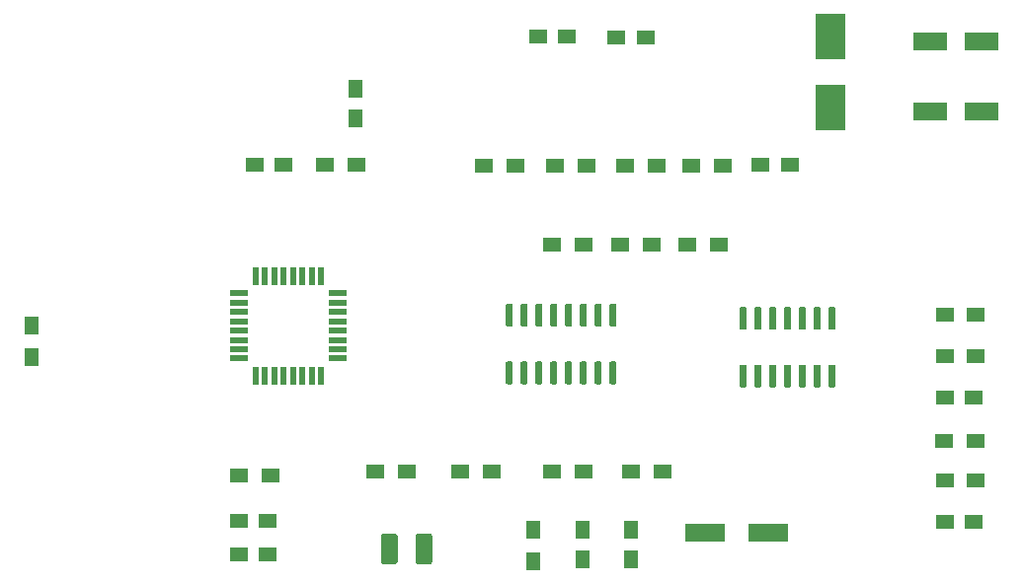
<source format=gbr>
G04 #@! TF.GenerationSoftware,KiCad,Pcbnew,(5.1.4)-1*
G04 #@! TF.CreationDate,2019-11-08T19:54:44+05:00*
G04 #@! TF.ProjectId,powerSupplyArduino,706f7765-7253-4757-9070-6c7941726475,rev?*
G04 #@! TF.SameCoordinates,Original*
G04 #@! TF.FileFunction,Paste,Top*
G04 #@! TF.FilePolarity,Positive*
%FSLAX46Y46*%
G04 Gerber Fmt 4.6, Leading zero omitted, Abs format (unit mm)*
G04 Created by KiCad (PCBNEW (5.1.4)-1) date 2019-11-08 19:54:44*
%MOMM*%
%LPD*%
G04 APERTURE LIST*
%ADD10R,3.500000X1.600000*%
%ADD11R,0.550000X1.600000*%
%ADD12R,1.600000X0.550000*%
%ADD13C,0.100000*%
%ADD14C,0.600000*%
%ADD15R,1.500000X1.300000*%
%ADD16R,1.300000X1.500000*%
%ADD17C,1.425000*%
%ADD18R,1.250000X1.500000*%
%ADD19R,1.500000X1.250000*%
%ADD20R,3.000000X1.600000*%
%ADD21R,2.500000X4.000000*%
G04 APERTURE END LIST*
D10*
X153230000Y-95510000D03*
X158630000Y-95510000D03*
D11*
X114720000Y-73540000D03*
X115520000Y-73540000D03*
X116320000Y-73540000D03*
X117120000Y-73540000D03*
X117920000Y-73540000D03*
X118720000Y-73540000D03*
X119520000Y-73540000D03*
X120320000Y-73540000D03*
D12*
X121770000Y-74990000D03*
X121770000Y-75790000D03*
X121770000Y-76590000D03*
X121770000Y-77390000D03*
X121770000Y-78190000D03*
X121770000Y-78990000D03*
X121770000Y-79790000D03*
X121770000Y-80590000D03*
D11*
X120320000Y-82040000D03*
X119520000Y-82040000D03*
X118720000Y-82040000D03*
X117920000Y-82040000D03*
X117120000Y-82040000D03*
X116320000Y-82040000D03*
X115520000Y-82040000D03*
X114720000Y-82040000D03*
D12*
X113270000Y-80590000D03*
X113270000Y-79790000D03*
X113270000Y-78990000D03*
X113270000Y-78190000D03*
X113270000Y-77390000D03*
X113270000Y-76590000D03*
X113270000Y-75790000D03*
X113270000Y-74990000D03*
D13*
G36*
X136619703Y-75900722D02*
G01*
X136634264Y-75902882D01*
X136648543Y-75906459D01*
X136662403Y-75911418D01*
X136675710Y-75917712D01*
X136688336Y-75925280D01*
X136700159Y-75934048D01*
X136711066Y-75943934D01*
X136720952Y-75954841D01*
X136729720Y-75966664D01*
X136737288Y-75979290D01*
X136743582Y-75992597D01*
X136748541Y-76006457D01*
X136752118Y-76020736D01*
X136754278Y-76035297D01*
X136755000Y-76050000D01*
X136755000Y-77700000D01*
X136754278Y-77714703D01*
X136752118Y-77729264D01*
X136748541Y-77743543D01*
X136743582Y-77757403D01*
X136737288Y-77770710D01*
X136729720Y-77783336D01*
X136720952Y-77795159D01*
X136711066Y-77806066D01*
X136700159Y-77815952D01*
X136688336Y-77824720D01*
X136675710Y-77832288D01*
X136662403Y-77838582D01*
X136648543Y-77843541D01*
X136634264Y-77847118D01*
X136619703Y-77849278D01*
X136605000Y-77850000D01*
X136305000Y-77850000D01*
X136290297Y-77849278D01*
X136275736Y-77847118D01*
X136261457Y-77843541D01*
X136247597Y-77838582D01*
X136234290Y-77832288D01*
X136221664Y-77824720D01*
X136209841Y-77815952D01*
X136198934Y-77806066D01*
X136189048Y-77795159D01*
X136180280Y-77783336D01*
X136172712Y-77770710D01*
X136166418Y-77757403D01*
X136161459Y-77743543D01*
X136157882Y-77729264D01*
X136155722Y-77714703D01*
X136155000Y-77700000D01*
X136155000Y-76050000D01*
X136155722Y-76035297D01*
X136157882Y-76020736D01*
X136161459Y-76006457D01*
X136166418Y-75992597D01*
X136172712Y-75979290D01*
X136180280Y-75966664D01*
X136189048Y-75954841D01*
X136198934Y-75943934D01*
X136209841Y-75934048D01*
X136221664Y-75925280D01*
X136234290Y-75917712D01*
X136247597Y-75911418D01*
X136261457Y-75906459D01*
X136275736Y-75902882D01*
X136290297Y-75900722D01*
X136305000Y-75900000D01*
X136605000Y-75900000D01*
X136619703Y-75900722D01*
X136619703Y-75900722D01*
G37*
D14*
X136455000Y-76875000D03*
D13*
G36*
X137889703Y-75900722D02*
G01*
X137904264Y-75902882D01*
X137918543Y-75906459D01*
X137932403Y-75911418D01*
X137945710Y-75917712D01*
X137958336Y-75925280D01*
X137970159Y-75934048D01*
X137981066Y-75943934D01*
X137990952Y-75954841D01*
X137999720Y-75966664D01*
X138007288Y-75979290D01*
X138013582Y-75992597D01*
X138018541Y-76006457D01*
X138022118Y-76020736D01*
X138024278Y-76035297D01*
X138025000Y-76050000D01*
X138025000Y-77700000D01*
X138024278Y-77714703D01*
X138022118Y-77729264D01*
X138018541Y-77743543D01*
X138013582Y-77757403D01*
X138007288Y-77770710D01*
X137999720Y-77783336D01*
X137990952Y-77795159D01*
X137981066Y-77806066D01*
X137970159Y-77815952D01*
X137958336Y-77824720D01*
X137945710Y-77832288D01*
X137932403Y-77838582D01*
X137918543Y-77843541D01*
X137904264Y-77847118D01*
X137889703Y-77849278D01*
X137875000Y-77850000D01*
X137575000Y-77850000D01*
X137560297Y-77849278D01*
X137545736Y-77847118D01*
X137531457Y-77843541D01*
X137517597Y-77838582D01*
X137504290Y-77832288D01*
X137491664Y-77824720D01*
X137479841Y-77815952D01*
X137468934Y-77806066D01*
X137459048Y-77795159D01*
X137450280Y-77783336D01*
X137442712Y-77770710D01*
X137436418Y-77757403D01*
X137431459Y-77743543D01*
X137427882Y-77729264D01*
X137425722Y-77714703D01*
X137425000Y-77700000D01*
X137425000Y-76050000D01*
X137425722Y-76035297D01*
X137427882Y-76020736D01*
X137431459Y-76006457D01*
X137436418Y-75992597D01*
X137442712Y-75979290D01*
X137450280Y-75966664D01*
X137459048Y-75954841D01*
X137468934Y-75943934D01*
X137479841Y-75934048D01*
X137491664Y-75925280D01*
X137504290Y-75917712D01*
X137517597Y-75911418D01*
X137531457Y-75906459D01*
X137545736Y-75902882D01*
X137560297Y-75900722D01*
X137575000Y-75900000D01*
X137875000Y-75900000D01*
X137889703Y-75900722D01*
X137889703Y-75900722D01*
G37*
D14*
X137725000Y-76875000D03*
D13*
G36*
X139159703Y-75900722D02*
G01*
X139174264Y-75902882D01*
X139188543Y-75906459D01*
X139202403Y-75911418D01*
X139215710Y-75917712D01*
X139228336Y-75925280D01*
X139240159Y-75934048D01*
X139251066Y-75943934D01*
X139260952Y-75954841D01*
X139269720Y-75966664D01*
X139277288Y-75979290D01*
X139283582Y-75992597D01*
X139288541Y-76006457D01*
X139292118Y-76020736D01*
X139294278Y-76035297D01*
X139295000Y-76050000D01*
X139295000Y-77700000D01*
X139294278Y-77714703D01*
X139292118Y-77729264D01*
X139288541Y-77743543D01*
X139283582Y-77757403D01*
X139277288Y-77770710D01*
X139269720Y-77783336D01*
X139260952Y-77795159D01*
X139251066Y-77806066D01*
X139240159Y-77815952D01*
X139228336Y-77824720D01*
X139215710Y-77832288D01*
X139202403Y-77838582D01*
X139188543Y-77843541D01*
X139174264Y-77847118D01*
X139159703Y-77849278D01*
X139145000Y-77850000D01*
X138845000Y-77850000D01*
X138830297Y-77849278D01*
X138815736Y-77847118D01*
X138801457Y-77843541D01*
X138787597Y-77838582D01*
X138774290Y-77832288D01*
X138761664Y-77824720D01*
X138749841Y-77815952D01*
X138738934Y-77806066D01*
X138729048Y-77795159D01*
X138720280Y-77783336D01*
X138712712Y-77770710D01*
X138706418Y-77757403D01*
X138701459Y-77743543D01*
X138697882Y-77729264D01*
X138695722Y-77714703D01*
X138695000Y-77700000D01*
X138695000Y-76050000D01*
X138695722Y-76035297D01*
X138697882Y-76020736D01*
X138701459Y-76006457D01*
X138706418Y-75992597D01*
X138712712Y-75979290D01*
X138720280Y-75966664D01*
X138729048Y-75954841D01*
X138738934Y-75943934D01*
X138749841Y-75934048D01*
X138761664Y-75925280D01*
X138774290Y-75917712D01*
X138787597Y-75911418D01*
X138801457Y-75906459D01*
X138815736Y-75902882D01*
X138830297Y-75900722D01*
X138845000Y-75900000D01*
X139145000Y-75900000D01*
X139159703Y-75900722D01*
X139159703Y-75900722D01*
G37*
D14*
X138995000Y-76875000D03*
D13*
G36*
X140429703Y-75900722D02*
G01*
X140444264Y-75902882D01*
X140458543Y-75906459D01*
X140472403Y-75911418D01*
X140485710Y-75917712D01*
X140498336Y-75925280D01*
X140510159Y-75934048D01*
X140521066Y-75943934D01*
X140530952Y-75954841D01*
X140539720Y-75966664D01*
X140547288Y-75979290D01*
X140553582Y-75992597D01*
X140558541Y-76006457D01*
X140562118Y-76020736D01*
X140564278Y-76035297D01*
X140565000Y-76050000D01*
X140565000Y-77700000D01*
X140564278Y-77714703D01*
X140562118Y-77729264D01*
X140558541Y-77743543D01*
X140553582Y-77757403D01*
X140547288Y-77770710D01*
X140539720Y-77783336D01*
X140530952Y-77795159D01*
X140521066Y-77806066D01*
X140510159Y-77815952D01*
X140498336Y-77824720D01*
X140485710Y-77832288D01*
X140472403Y-77838582D01*
X140458543Y-77843541D01*
X140444264Y-77847118D01*
X140429703Y-77849278D01*
X140415000Y-77850000D01*
X140115000Y-77850000D01*
X140100297Y-77849278D01*
X140085736Y-77847118D01*
X140071457Y-77843541D01*
X140057597Y-77838582D01*
X140044290Y-77832288D01*
X140031664Y-77824720D01*
X140019841Y-77815952D01*
X140008934Y-77806066D01*
X139999048Y-77795159D01*
X139990280Y-77783336D01*
X139982712Y-77770710D01*
X139976418Y-77757403D01*
X139971459Y-77743543D01*
X139967882Y-77729264D01*
X139965722Y-77714703D01*
X139965000Y-77700000D01*
X139965000Y-76050000D01*
X139965722Y-76035297D01*
X139967882Y-76020736D01*
X139971459Y-76006457D01*
X139976418Y-75992597D01*
X139982712Y-75979290D01*
X139990280Y-75966664D01*
X139999048Y-75954841D01*
X140008934Y-75943934D01*
X140019841Y-75934048D01*
X140031664Y-75925280D01*
X140044290Y-75917712D01*
X140057597Y-75911418D01*
X140071457Y-75906459D01*
X140085736Y-75902882D01*
X140100297Y-75900722D01*
X140115000Y-75900000D01*
X140415000Y-75900000D01*
X140429703Y-75900722D01*
X140429703Y-75900722D01*
G37*
D14*
X140265000Y-76875000D03*
D13*
G36*
X141699703Y-75900722D02*
G01*
X141714264Y-75902882D01*
X141728543Y-75906459D01*
X141742403Y-75911418D01*
X141755710Y-75917712D01*
X141768336Y-75925280D01*
X141780159Y-75934048D01*
X141791066Y-75943934D01*
X141800952Y-75954841D01*
X141809720Y-75966664D01*
X141817288Y-75979290D01*
X141823582Y-75992597D01*
X141828541Y-76006457D01*
X141832118Y-76020736D01*
X141834278Y-76035297D01*
X141835000Y-76050000D01*
X141835000Y-77700000D01*
X141834278Y-77714703D01*
X141832118Y-77729264D01*
X141828541Y-77743543D01*
X141823582Y-77757403D01*
X141817288Y-77770710D01*
X141809720Y-77783336D01*
X141800952Y-77795159D01*
X141791066Y-77806066D01*
X141780159Y-77815952D01*
X141768336Y-77824720D01*
X141755710Y-77832288D01*
X141742403Y-77838582D01*
X141728543Y-77843541D01*
X141714264Y-77847118D01*
X141699703Y-77849278D01*
X141685000Y-77850000D01*
X141385000Y-77850000D01*
X141370297Y-77849278D01*
X141355736Y-77847118D01*
X141341457Y-77843541D01*
X141327597Y-77838582D01*
X141314290Y-77832288D01*
X141301664Y-77824720D01*
X141289841Y-77815952D01*
X141278934Y-77806066D01*
X141269048Y-77795159D01*
X141260280Y-77783336D01*
X141252712Y-77770710D01*
X141246418Y-77757403D01*
X141241459Y-77743543D01*
X141237882Y-77729264D01*
X141235722Y-77714703D01*
X141235000Y-77700000D01*
X141235000Y-76050000D01*
X141235722Y-76035297D01*
X141237882Y-76020736D01*
X141241459Y-76006457D01*
X141246418Y-75992597D01*
X141252712Y-75979290D01*
X141260280Y-75966664D01*
X141269048Y-75954841D01*
X141278934Y-75943934D01*
X141289841Y-75934048D01*
X141301664Y-75925280D01*
X141314290Y-75917712D01*
X141327597Y-75911418D01*
X141341457Y-75906459D01*
X141355736Y-75902882D01*
X141370297Y-75900722D01*
X141385000Y-75900000D01*
X141685000Y-75900000D01*
X141699703Y-75900722D01*
X141699703Y-75900722D01*
G37*
D14*
X141535000Y-76875000D03*
D13*
G36*
X142969703Y-75900722D02*
G01*
X142984264Y-75902882D01*
X142998543Y-75906459D01*
X143012403Y-75911418D01*
X143025710Y-75917712D01*
X143038336Y-75925280D01*
X143050159Y-75934048D01*
X143061066Y-75943934D01*
X143070952Y-75954841D01*
X143079720Y-75966664D01*
X143087288Y-75979290D01*
X143093582Y-75992597D01*
X143098541Y-76006457D01*
X143102118Y-76020736D01*
X143104278Y-76035297D01*
X143105000Y-76050000D01*
X143105000Y-77700000D01*
X143104278Y-77714703D01*
X143102118Y-77729264D01*
X143098541Y-77743543D01*
X143093582Y-77757403D01*
X143087288Y-77770710D01*
X143079720Y-77783336D01*
X143070952Y-77795159D01*
X143061066Y-77806066D01*
X143050159Y-77815952D01*
X143038336Y-77824720D01*
X143025710Y-77832288D01*
X143012403Y-77838582D01*
X142998543Y-77843541D01*
X142984264Y-77847118D01*
X142969703Y-77849278D01*
X142955000Y-77850000D01*
X142655000Y-77850000D01*
X142640297Y-77849278D01*
X142625736Y-77847118D01*
X142611457Y-77843541D01*
X142597597Y-77838582D01*
X142584290Y-77832288D01*
X142571664Y-77824720D01*
X142559841Y-77815952D01*
X142548934Y-77806066D01*
X142539048Y-77795159D01*
X142530280Y-77783336D01*
X142522712Y-77770710D01*
X142516418Y-77757403D01*
X142511459Y-77743543D01*
X142507882Y-77729264D01*
X142505722Y-77714703D01*
X142505000Y-77700000D01*
X142505000Y-76050000D01*
X142505722Y-76035297D01*
X142507882Y-76020736D01*
X142511459Y-76006457D01*
X142516418Y-75992597D01*
X142522712Y-75979290D01*
X142530280Y-75966664D01*
X142539048Y-75954841D01*
X142548934Y-75943934D01*
X142559841Y-75934048D01*
X142571664Y-75925280D01*
X142584290Y-75917712D01*
X142597597Y-75911418D01*
X142611457Y-75906459D01*
X142625736Y-75902882D01*
X142640297Y-75900722D01*
X142655000Y-75900000D01*
X142955000Y-75900000D01*
X142969703Y-75900722D01*
X142969703Y-75900722D01*
G37*
D14*
X142805000Y-76875000D03*
D13*
G36*
X144239703Y-75900722D02*
G01*
X144254264Y-75902882D01*
X144268543Y-75906459D01*
X144282403Y-75911418D01*
X144295710Y-75917712D01*
X144308336Y-75925280D01*
X144320159Y-75934048D01*
X144331066Y-75943934D01*
X144340952Y-75954841D01*
X144349720Y-75966664D01*
X144357288Y-75979290D01*
X144363582Y-75992597D01*
X144368541Y-76006457D01*
X144372118Y-76020736D01*
X144374278Y-76035297D01*
X144375000Y-76050000D01*
X144375000Y-77700000D01*
X144374278Y-77714703D01*
X144372118Y-77729264D01*
X144368541Y-77743543D01*
X144363582Y-77757403D01*
X144357288Y-77770710D01*
X144349720Y-77783336D01*
X144340952Y-77795159D01*
X144331066Y-77806066D01*
X144320159Y-77815952D01*
X144308336Y-77824720D01*
X144295710Y-77832288D01*
X144282403Y-77838582D01*
X144268543Y-77843541D01*
X144254264Y-77847118D01*
X144239703Y-77849278D01*
X144225000Y-77850000D01*
X143925000Y-77850000D01*
X143910297Y-77849278D01*
X143895736Y-77847118D01*
X143881457Y-77843541D01*
X143867597Y-77838582D01*
X143854290Y-77832288D01*
X143841664Y-77824720D01*
X143829841Y-77815952D01*
X143818934Y-77806066D01*
X143809048Y-77795159D01*
X143800280Y-77783336D01*
X143792712Y-77770710D01*
X143786418Y-77757403D01*
X143781459Y-77743543D01*
X143777882Y-77729264D01*
X143775722Y-77714703D01*
X143775000Y-77700000D01*
X143775000Y-76050000D01*
X143775722Y-76035297D01*
X143777882Y-76020736D01*
X143781459Y-76006457D01*
X143786418Y-75992597D01*
X143792712Y-75979290D01*
X143800280Y-75966664D01*
X143809048Y-75954841D01*
X143818934Y-75943934D01*
X143829841Y-75934048D01*
X143841664Y-75925280D01*
X143854290Y-75917712D01*
X143867597Y-75911418D01*
X143881457Y-75906459D01*
X143895736Y-75902882D01*
X143910297Y-75900722D01*
X143925000Y-75900000D01*
X144225000Y-75900000D01*
X144239703Y-75900722D01*
X144239703Y-75900722D01*
G37*
D14*
X144075000Y-76875000D03*
D13*
G36*
X145509703Y-75900722D02*
G01*
X145524264Y-75902882D01*
X145538543Y-75906459D01*
X145552403Y-75911418D01*
X145565710Y-75917712D01*
X145578336Y-75925280D01*
X145590159Y-75934048D01*
X145601066Y-75943934D01*
X145610952Y-75954841D01*
X145619720Y-75966664D01*
X145627288Y-75979290D01*
X145633582Y-75992597D01*
X145638541Y-76006457D01*
X145642118Y-76020736D01*
X145644278Y-76035297D01*
X145645000Y-76050000D01*
X145645000Y-77700000D01*
X145644278Y-77714703D01*
X145642118Y-77729264D01*
X145638541Y-77743543D01*
X145633582Y-77757403D01*
X145627288Y-77770710D01*
X145619720Y-77783336D01*
X145610952Y-77795159D01*
X145601066Y-77806066D01*
X145590159Y-77815952D01*
X145578336Y-77824720D01*
X145565710Y-77832288D01*
X145552403Y-77838582D01*
X145538543Y-77843541D01*
X145524264Y-77847118D01*
X145509703Y-77849278D01*
X145495000Y-77850000D01*
X145195000Y-77850000D01*
X145180297Y-77849278D01*
X145165736Y-77847118D01*
X145151457Y-77843541D01*
X145137597Y-77838582D01*
X145124290Y-77832288D01*
X145111664Y-77824720D01*
X145099841Y-77815952D01*
X145088934Y-77806066D01*
X145079048Y-77795159D01*
X145070280Y-77783336D01*
X145062712Y-77770710D01*
X145056418Y-77757403D01*
X145051459Y-77743543D01*
X145047882Y-77729264D01*
X145045722Y-77714703D01*
X145045000Y-77700000D01*
X145045000Y-76050000D01*
X145045722Y-76035297D01*
X145047882Y-76020736D01*
X145051459Y-76006457D01*
X145056418Y-75992597D01*
X145062712Y-75979290D01*
X145070280Y-75966664D01*
X145079048Y-75954841D01*
X145088934Y-75943934D01*
X145099841Y-75934048D01*
X145111664Y-75925280D01*
X145124290Y-75917712D01*
X145137597Y-75911418D01*
X145151457Y-75906459D01*
X145165736Y-75902882D01*
X145180297Y-75900722D01*
X145195000Y-75900000D01*
X145495000Y-75900000D01*
X145509703Y-75900722D01*
X145509703Y-75900722D01*
G37*
D14*
X145345000Y-76875000D03*
D13*
G36*
X145509703Y-80850722D02*
G01*
X145524264Y-80852882D01*
X145538543Y-80856459D01*
X145552403Y-80861418D01*
X145565710Y-80867712D01*
X145578336Y-80875280D01*
X145590159Y-80884048D01*
X145601066Y-80893934D01*
X145610952Y-80904841D01*
X145619720Y-80916664D01*
X145627288Y-80929290D01*
X145633582Y-80942597D01*
X145638541Y-80956457D01*
X145642118Y-80970736D01*
X145644278Y-80985297D01*
X145645000Y-81000000D01*
X145645000Y-82650000D01*
X145644278Y-82664703D01*
X145642118Y-82679264D01*
X145638541Y-82693543D01*
X145633582Y-82707403D01*
X145627288Y-82720710D01*
X145619720Y-82733336D01*
X145610952Y-82745159D01*
X145601066Y-82756066D01*
X145590159Y-82765952D01*
X145578336Y-82774720D01*
X145565710Y-82782288D01*
X145552403Y-82788582D01*
X145538543Y-82793541D01*
X145524264Y-82797118D01*
X145509703Y-82799278D01*
X145495000Y-82800000D01*
X145195000Y-82800000D01*
X145180297Y-82799278D01*
X145165736Y-82797118D01*
X145151457Y-82793541D01*
X145137597Y-82788582D01*
X145124290Y-82782288D01*
X145111664Y-82774720D01*
X145099841Y-82765952D01*
X145088934Y-82756066D01*
X145079048Y-82745159D01*
X145070280Y-82733336D01*
X145062712Y-82720710D01*
X145056418Y-82707403D01*
X145051459Y-82693543D01*
X145047882Y-82679264D01*
X145045722Y-82664703D01*
X145045000Y-82650000D01*
X145045000Y-81000000D01*
X145045722Y-80985297D01*
X145047882Y-80970736D01*
X145051459Y-80956457D01*
X145056418Y-80942597D01*
X145062712Y-80929290D01*
X145070280Y-80916664D01*
X145079048Y-80904841D01*
X145088934Y-80893934D01*
X145099841Y-80884048D01*
X145111664Y-80875280D01*
X145124290Y-80867712D01*
X145137597Y-80861418D01*
X145151457Y-80856459D01*
X145165736Y-80852882D01*
X145180297Y-80850722D01*
X145195000Y-80850000D01*
X145495000Y-80850000D01*
X145509703Y-80850722D01*
X145509703Y-80850722D01*
G37*
D14*
X145345000Y-81825000D03*
D13*
G36*
X144239703Y-80850722D02*
G01*
X144254264Y-80852882D01*
X144268543Y-80856459D01*
X144282403Y-80861418D01*
X144295710Y-80867712D01*
X144308336Y-80875280D01*
X144320159Y-80884048D01*
X144331066Y-80893934D01*
X144340952Y-80904841D01*
X144349720Y-80916664D01*
X144357288Y-80929290D01*
X144363582Y-80942597D01*
X144368541Y-80956457D01*
X144372118Y-80970736D01*
X144374278Y-80985297D01*
X144375000Y-81000000D01*
X144375000Y-82650000D01*
X144374278Y-82664703D01*
X144372118Y-82679264D01*
X144368541Y-82693543D01*
X144363582Y-82707403D01*
X144357288Y-82720710D01*
X144349720Y-82733336D01*
X144340952Y-82745159D01*
X144331066Y-82756066D01*
X144320159Y-82765952D01*
X144308336Y-82774720D01*
X144295710Y-82782288D01*
X144282403Y-82788582D01*
X144268543Y-82793541D01*
X144254264Y-82797118D01*
X144239703Y-82799278D01*
X144225000Y-82800000D01*
X143925000Y-82800000D01*
X143910297Y-82799278D01*
X143895736Y-82797118D01*
X143881457Y-82793541D01*
X143867597Y-82788582D01*
X143854290Y-82782288D01*
X143841664Y-82774720D01*
X143829841Y-82765952D01*
X143818934Y-82756066D01*
X143809048Y-82745159D01*
X143800280Y-82733336D01*
X143792712Y-82720710D01*
X143786418Y-82707403D01*
X143781459Y-82693543D01*
X143777882Y-82679264D01*
X143775722Y-82664703D01*
X143775000Y-82650000D01*
X143775000Y-81000000D01*
X143775722Y-80985297D01*
X143777882Y-80970736D01*
X143781459Y-80956457D01*
X143786418Y-80942597D01*
X143792712Y-80929290D01*
X143800280Y-80916664D01*
X143809048Y-80904841D01*
X143818934Y-80893934D01*
X143829841Y-80884048D01*
X143841664Y-80875280D01*
X143854290Y-80867712D01*
X143867597Y-80861418D01*
X143881457Y-80856459D01*
X143895736Y-80852882D01*
X143910297Y-80850722D01*
X143925000Y-80850000D01*
X144225000Y-80850000D01*
X144239703Y-80850722D01*
X144239703Y-80850722D01*
G37*
D14*
X144075000Y-81825000D03*
D13*
G36*
X142969703Y-80850722D02*
G01*
X142984264Y-80852882D01*
X142998543Y-80856459D01*
X143012403Y-80861418D01*
X143025710Y-80867712D01*
X143038336Y-80875280D01*
X143050159Y-80884048D01*
X143061066Y-80893934D01*
X143070952Y-80904841D01*
X143079720Y-80916664D01*
X143087288Y-80929290D01*
X143093582Y-80942597D01*
X143098541Y-80956457D01*
X143102118Y-80970736D01*
X143104278Y-80985297D01*
X143105000Y-81000000D01*
X143105000Y-82650000D01*
X143104278Y-82664703D01*
X143102118Y-82679264D01*
X143098541Y-82693543D01*
X143093582Y-82707403D01*
X143087288Y-82720710D01*
X143079720Y-82733336D01*
X143070952Y-82745159D01*
X143061066Y-82756066D01*
X143050159Y-82765952D01*
X143038336Y-82774720D01*
X143025710Y-82782288D01*
X143012403Y-82788582D01*
X142998543Y-82793541D01*
X142984264Y-82797118D01*
X142969703Y-82799278D01*
X142955000Y-82800000D01*
X142655000Y-82800000D01*
X142640297Y-82799278D01*
X142625736Y-82797118D01*
X142611457Y-82793541D01*
X142597597Y-82788582D01*
X142584290Y-82782288D01*
X142571664Y-82774720D01*
X142559841Y-82765952D01*
X142548934Y-82756066D01*
X142539048Y-82745159D01*
X142530280Y-82733336D01*
X142522712Y-82720710D01*
X142516418Y-82707403D01*
X142511459Y-82693543D01*
X142507882Y-82679264D01*
X142505722Y-82664703D01*
X142505000Y-82650000D01*
X142505000Y-81000000D01*
X142505722Y-80985297D01*
X142507882Y-80970736D01*
X142511459Y-80956457D01*
X142516418Y-80942597D01*
X142522712Y-80929290D01*
X142530280Y-80916664D01*
X142539048Y-80904841D01*
X142548934Y-80893934D01*
X142559841Y-80884048D01*
X142571664Y-80875280D01*
X142584290Y-80867712D01*
X142597597Y-80861418D01*
X142611457Y-80856459D01*
X142625736Y-80852882D01*
X142640297Y-80850722D01*
X142655000Y-80850000D01*
X142955000Y-80850000D01*
X142969703Y-80850722D01*
X142969703Y-80850722D01*
G37*
D14*
X142805000Y-81825000D03*
D13*
G36*
X141699703Y-80850722D02*
G01*
X141714264Y-80852882D01*
X141728543Y-80856459D01*
X141742403Y-80861418D01*
X141755710Y-80867712D01*
X141768336Y-80875280D01*
X141780159Y-80884048D01*
X141791066Y-80893934D01*
X141800952Y-80904841D01*
X141809720Y-80916664D01*
X141817288Y-80929290D01*
X141823582Y-80942597D01*
X141828541Y-80956457D01*
X141832118Y-80970736D01*
X141834278Y-80985297D01*
X141835000Y-81000000D01*
X141835000Y-82650000D01*
X141834278Y-82664703D01*
X141832118Y-82679264D01*
X141828541Y-82693543D01*
X141823582Y-82707403D01*
X141817288Y-82720710D01*
X141809720Y-82733336D01*
X141800952Y-82745159D01*
X141791066Y-82756066D01*
X141780159Y-82765952D01*
X141768336Y-82774720D01*
X141755710Y-82782288D01*
X141742403Y-82788582D01*
X141728543Y-82793541D01*
X141714264Y-82797118D01*
X141699703Y-82799278D01*
X141685000Y-82800000D01*
X141385000Y-82800000D01*
X141370297Y-82799278D01*
X141355736Y-82797118D01*
X141341457Y-82793541D01*
X141327597Y-82788582D01*
X141314290Y-82782288D01*
X141301664Y-82774720D01*
X141289841Y-82765952D01*
X141278934Y-82756066D01*
X141269048Y-82745159D01*
X141260280Y-82733336D01*
X141252712Y-82720710D01*
X141246418Y-82707403D01*
X141241459Y-82693543D01*
X141237882Y-82679264D01*
X141235722Y-82664703D01*
X141235000Y-82650000D01*
X141235000Y-81000000D01*
X141235722Y-80985297D01*
X141237882Y-80970736D01*
X141241459Y-80956457D01*
X141246418Y-80942597D01*
X141252712Y-80929290D01*
X141260280Y-80916664D01*
X141269048Y-80904841D01*
X141278934Y-80893934D01*
X141289841Y-80884048D01*
X141301664Y-80875280D01*
X141314290Y-80867712D01*
X141327597Y-80861418D01*
X141341457Y-80856459D01*
X141355736Y-80852882D01*
X141370297Y-80850722D01*
X141385000Y-80850000D01*
X141685000Y-80850000D01*
X141699703Y-80850722D01*
X141699703Y-80850722D01*
G37*
D14*
X141535000Y-81825000D03*
D13*
G36*
X140429703Y-80850722D02*
G01*
X140444264Y-80852882D01*
X140458543Y-80856459D01*
X140472403Y-80861418D01*
X140485710Y-80867712D01*
X140498336Y-80875280D01*
X140510159Y-80884048D01*
X140521066Y-80893934D01*
X140530952Y-80904841D01*
X140539720Y-80916664D01*
X140547288Y-80929290D01*
X140553582Y-80942597D01*
X140558541Y-80956457D01*
X140562118Y-80970736D01*
X140564278Y-80985297D01*
X140565000Y-81000000D01*
X140565000Y-82650000D01*
X140564278Y-82664703D01*
X140562118Y-82679264D01*
X140558541Y-82693543D01*
X140553582Y-82707403D01*
X140547288Y-82720710D01*
X140539720Y-82733336D01*
X140530952Y-82745159D01*
X140521066Y-82756066D01*
X140510159Y-82765952D01*
X140498336Y-82774720D01*
X140485710Y-82782288D01*
X140472403Y-82788582D01*
X140458543Y-82793541D01*
X140444264Y-82797118D01*
X140429703Y-82799278D01*
X140415000Y-82800000D01*
X140115000Y-82800000D01*
X140100297Y-82799278D01*
X140085736Y-82797118D01*
X140071457Y-82793541D01*
X140057597Y-82788582D01*
X140044290Y-82782288D01*
X140031664Y-82774720D01*
X140019841Y-82765952D01*
X140008934Y-82756066D01*
X139999048Y-82745159D01*
X139990280Y-82733336D01*
X139982712Y-82720710D01*
X139976418Y-82707403D01*
X139971459Y-82693543D01*
X139967882Y-82679264D01*
X139965722Y-82664703D01*
X139965000Y-82650000D01*
X139965000Y-81000000D01*
X139965722Y-80985297D01*
X139967882Y-80970736D01*
X139971459Y-80956457D01*
X139976418Y-80942597D01*
X139982712Y-80929290D01*
X139990280Y-80916664D01*
X139999048Y-80904841D01*
X140008934Y-80893934D01*
X140019841Y-80884048D01*
X140031664Y-80875280D01*
X140044290Y-80867712D01*
X140057597Y-80861418D01*
X140071457Y-80856459D01*
X140085736Y-80852882D01*
X140100297Y-80850722D01*
X140115000Y-80850000D01*
X140415000Y-80850000D01*
X140429703Y-80850722D01*
X140429703Y-80850722D01*
G37*
D14*
X140265000Y-81825000D03*
D13*
G36*
X139159703Y-80850722D02*
G01*
X139174264Y-80852882D01*
X139188543Y-80856459D01*
X139202403Y-80861418D01*
X139215710Y-80867712D01*
X139228336Y-80875280D01*
X139240159Y-80884048D01*
X139251066Y-80893934D01*
X139260952Y-80904841D01*
X139269720Y-80916664D01*
X139277288Y-80929290D01*
X139283582Y-80942597D01*
X139288541Y-80956457D01*
X139292118Y-80970736D01*
X139294278Y-80985297D01*
X139295000Y-81000000D01*
X139295000Y-82650000D01*
X139294278Y-82664703D01*
X139292118Y-82679264D01*
X139288541Y-82693543D01*
X139283582Y-82707403D01*
X139277288Y-82720710D01*
X139269720Y-82733336D01*
X139260952Y-82745159D01*
X139251066Y-82756066D01*
X139240159Y-82765952D01*
X139228336Y-82774720D01*
X139215710Y-82782288D01*
X139202403Y-82788582D01*
X139188543Y-82793541D01*
X139174264Y-82797118D01*
X139159703Y-82799278D01*
X139145000Y-82800000D01*
X138845000Y-82800000D01*
X138830297Y-82799278D01*
X138815736Y-82797118D01*
X138801457Y-82793541D01*
X138787597Y-82788582D01*
X138774290Y-82782288D01*
X138761664Y-82774720D01*
X138749841Y-82765952D01*
X138738934Y-82756066D01*
X138729048Y-82745159D01*
X138720280Y-82733336D01*
X138712712Y-82720710D01*
X138706418Y-82707403D01*
X138701459Y-82693543D01*
X138697882Y-82679264D01*
X138695722Y-82664703D01*
X138695000Y-82650000D01*
X138695000Y-81000000D01*
X138695722Y-80985297D01*
X138697882Y-80970736D01*
X138701459Y-80956457D01*
X138706418Y-80942597D01*
X138712712Y-80929290D01*
X138720280Y-80916664D01*
X138729048Y-80904841D01*
X138738934Y-80893934D01*
X138749841Y-80884048D01*
X138761664Y-80875280D01*
X138774290Y-80867712D01*
X138787597Y-80861418D01*
X138801457Y-80856459D01*
X138815736Y-80852882D01*
X138830297Y-80850722D01*
X138845000Y-80850000D01*
X139145000Y-80850000D01*
X139159703Y-80850722D01*
X139159703Y-80850722D01*
G37*
D14*
X138995000Y-81825000D03*
D13*
G36*
X137889703Y-80850722D02*
G01*
X137904264Y-80852882D01*
X137918543Y-80856459D01*
X137932403Y-80861418D01*
X137945710Y-80867712D01*
X137958336Y-80875280D01*
X137970159Y-80884048D01*
X137981066Y-80893934D01*
X137990952Y-80904841D01*
X137999720Y-80916664D01*
X138007288Y-80929290D01*
X138013582Y-80942597D01*
X138018541Y-80956457D01*
X138022118Y-80970736D01*
X138024278Y-80985297D01*
X138025000Y-81000000D01*
X138025000Y-82650000D01*
X138024278Y-82664703D01*
X138022118Y-82679264D01*
X138018541Y-82693543D01*
X138013582Y-82707403D01*
X138007288Y-82720710D01*
X137999720Y-82733336D01*
X137990952Y-82745159D01*
X137981066Y-82756066D01*
X137970159Y-82765952D01*
X137958336Y-82774720D01*
X137945710Y-82782288D01*
X137932403Y-82788582D01*
X137918543Y-82793541D01*
X137904264Y-82797118D01*
X137889703Y-82799278D01*
X137875000Y-82800000D01*
X137575000Y-82800000D01*
X137560297Y-82799278D01*
X137545736Y-82797118D01*
X137531457Y-82793541D01*
X137517597Y-82788582D01*
X137504290Y-82782288D01*
X137491664Y-82774720D01*
X137479841Y-82765952D01*
X137468934Y-82756066D01*
X137459048Y-82745159D01*
X137450280Y-82733336D01*
X137442712Y-82720710D01*
X137436418Y-82707403D01*
X137431459Y-82693543D01*
X137427882Y-82679264D01*
X137425722Y-82664703D01*
X137425000Y-82650000D01*
X137425000Y-81000000D01*
X137425722Y-80985297D01*
X137427882Y-80970736D01*
X137431459Y-80956457D01*
X137436418Y-80942597D01*
X137442712Y-80929290D01*
X137450280Y-80916664D01*
X137459048Y-80904841D01*
X137468934Y-80893934D01*
X137479841Y-80884048D01*
X137491664Y-80875280D01*
X137504290Y-80867712D01*
X137517597Y-80861418D01*
X137531457Y-80856459D01*
X137545736Y-80852882D01*
X137560297Y-80850722D01*
X137575000Y-80850000D01*
X137875000Y-80850000D01*
X137889703Y-80850722D01*
X137889703Y-80850722D01*
G37*
D14*
X137725000Y-81825000D03*
D13*
G36*
X136619703Y-80850722D02*
G01*
X136634264Y-80852882D01*
X136648543Y-80856459D01*
X136662403Y-80861418D01*
X136675710Y-80867712D01*
X136688336Y-80875280D01*
X136700159Y-80884048D01*
X136711066Y-80893934D01*
X136720952Y-80904841D01*
X136729720Y-80916664D01*
X136737288Y-80929290D01*
X136743582Y-80942597D01*
X136748541Y-80956457D01*
X136752118Y-80970736D01*
X136754278Y-80985297D01*
X136755000Y-81000000D01*
X136755000Y-82650000D01*
X136754278Y-82664703D01*
X136752118Y-82679264D01*
X136748541Y-82693543D01*
X136743582Y-82707403D01*
X136737288Y-82720710D01*
X136729720Y-82733336D01*
X136720952Y-82745159D01*
X136711066Y-82756066D01*
X136700159Y-82765952D01*
X136688336Y-82774720D01*
X136675710Y-82782288D01*
X136662403Y-82788582D01*
X136648543Y-82793541D01*
X136634264Y-82797118D01*
X136619703Y-82799278D01*
X136605000Y-82800000D01*
X136305000Y-82800000D01*
X136290297Y-82799278D01*
X136275736Y-82797118D01*
X136261457Y-82793541D01*
X136247597Y-82788582D01*
X136234290Y-82782288D01*
X136221664Y-82774720D01*
X136209841Y-82765952D01*
X136198934Y-82756066D01*
X136189048Y-82745159D01*
X136180280Y-82733336D01*
X136172712Y-82720710D01*
X136166418Y-82707403D01*
X136161459Y-82693543D01*
X136157882Y-82679264D01*
X136155722Y-82664703D01*
X136155000Y-82650000D01*
X136155000Y-81000000D01*
X136155722Y-80985297D01*
X136157882Y-80970736D01*
X136161459Y-80956457D01*
X136166418Y-80942597D01*
X136172712Y-80929290D01*
X136180280Y-80916664D01*
X136189048Y-80904841D01*
X136198934Y-80893934D01*
X136209841Y-80884048D01*
X136221664Y-80875280D01*
X136234290Y-80867712D01*
X136247597Y-80861418D01*
X136261457Y-80856459D01*
X136275736Y-80852882D01*
X136290297Y-80850722D01*
X136305000Y-80850000D01*
X136605000Y-80850000D01*
X136619703Y-80850722D01*
X136619703Y-80850722D01*
G37*
D14*
X136455000Y-81825000D03*
D13*
G36*
X156654703Y-76170722D02*
G01*
X156669264Y-76172882D01*
X156683543Y-76176459D01*
X156697403Y-76181418D01*
X156710710Y-76187712D01*
X156723336Y-76195280D01*
X156735159Y-76204048D01*
X156746066Y-76213934D01*
X156755952Y-76224841D01*
X156764720Y-76236664D01*
X156772288Y-76249290D01*
X156778582Y-76262597D01*
X156783541Y-76276457D01*
X156787118Y-76290736D01*
X156789278Y-76305297D01*
X156790000Y-76320000D01*
X156790000Y-77970000D01*
X156789278Y-77984703D01*
X156787118Y-77999264D01*
X156783541Y-78013543D01*
X156778582Y-78027403D01*
X156772288Y-78040710D01*
X156764720Y-78053336D01*
X156755952Y-78065159D01*
X156746066Y-78076066D01*
X156735159Y-78085952D01*
X156723336Y-78094720D01*
X156710710Y-78102288D01*
X156697403Y-78108582D01*
X156683543Y-78113541D01*
X156669264Y-78117118D01*
X156654703Y-78119278D01*
X156640000Y-78120000D01*
X156340000Y-78120000D01*
X156325297Y-78119278D01*
X156310736Y-78117118D01*
X156296457Y-78113541D01*
X156282597Y-78108582D01*
X156269290Y-78102288D01*
X156256664Y-78094720D01*
X156244841Y-78085952D01*
X156233934Y-78076066D01*
X156224048Y-78065159D01*
X156215280Y-78053336D01*
X156207712Y-78040710D01*
X156201418Y-78027403D01*
X156196459Y-78013543D01*
X156192882Y-77999264D01*
X156190722Y-77984703D01*
X156190000Y-77970000D01*
X156190000Y-76320000D01*
X156190722Y-76305297D01*
X156192882Y-76290736D01*
X156196459Y-76276457D01*
X156201418Y-76262597D01*
X156207712Y-76249290D01*
X156215280Y-76236664D01*
X156224048Y-76224841D01*
X156233934Y-76213934D01*
X156244841Y-76204048D01*
X156256664Y-76195280D01*
X156269290Y-76187712D01*
X156282597Y-76181418D01*
X156296457Y-76176459D01*
X156310736Y-76172882D01*
X156325297Y-76170722D01*
X156340000Y-76170000D01*
X156640000Y-76170000D01*
X156654703Y-76170722D01*
X156654703Y-76170722D01*
G37*
D14*
X156490000Y-77145000D03*
D13*
G36*
X157924703Y-76170722D02*
G01*
X157939264Y-76172882D01*
X157953543Y-76176459D01*
X157967403Y-76181418D01*
X157980710Y-76187712D01*
X157993336Y-76195280D01*
X158005159Y-76204048D01*
X158016066Y-76213934D01*
X158025952Y-76224841D01*
X158034720Y-76236664D01*
X158042288Y-76249290D01*
X158048582Y-76262597D01*
X158053541Y-76276457D01*
X158057118Y-76290736D01*
X158059278Y-76305297D01*
X158060000Y-76320000D01*
X158060000Y-77970000D01*
X158059278Y-77984703D01*
X158057118Y-77999264D01*
X158053541Y-78013543D01*
X158048582Y-78027403D01*
X158042288Y-78040710D01*
X158034720Y-78053336D01*
X158025952Y-78065159D01*
X158016066Y-78076066D01*
X158005159Y-78085952D01*
X157993336Y-78094720D01*
X157980710Y-78102288D01*
X157967403Y-78108582D01*
X157953543Y-78113541D01*
X157939264Y-78117118D01*
X157924703Y-78119278D01*
X157910000Y-78120000D01*
X157610000Y-78120000D01*
X157595297Y-78119278D01*
X157580736Y-78117118D01*
X157566457Y-78113541D01*
X157552597Y-78108582D01*
X157539290Y-78102288D01*
X157526664Y-78094720D01*
X157514841Y-78085952D01*
X157503934Y-78076066D01*
X157494048Y-78065159D01*
X157485280Y-78053336D01*
X157477712Y-78040710D01*
X157471418Y-78027403D01*
X157466459Y-78013543D01*
X157462882Y-77999264D01*
X157460722Y-77984703D01*
X157460000Y-77970000D01*
X157460000Y-76320000D01*
X157460722Y-76305297D01*
X157462882Y-76290736D01*
X157466459Y-76276457D01*
X157471418Y-76262597D01*
X157477712Y-76249290D01*
X157485280Y-76236664D01*
X157494048Y-76224841D01*
X157503934Y-76213934D01*
X157514841Y-76204048D01*
X157526664Y-76195280D01*
X157539290Y-76187712D01*
X157552597Y-76181418D01*
X157566457Y-76176459D01*
X157580736Y-76172882D01*
X157595297Y-76170722D01*
X157610000Y-76170000D01*
X157910000Y-76170000D01*
X157924703Y-76170722D01*
X157924703Y-76170722D01*
G37*
D14*
X157760000Y-77145000D03*
D13*
G36*
X159194703Y-76170722D02*
G01*
X159209264Y-76172882D01*
X159223543Y-76176459D01*
X159237403Y-76181418D01*
X159250710Y-76187712D01*
X159263336Y-76195280D01*
X159275159Y-76204048D01*
X159286066Y-76213934D01*
X159295952Y-76224841D01*
X159304720Y-76236664D01*
X159312288Y-76249290D01*
X159318582Y-76262597D01*
X159323541Y-76276457D01*
X159327118Y-76290736D01*
X159329278Y-76305297D01*
X159330000Y-76320000D01*
X159330000Y-77970000D01*
X159329278Y-77984703D01*
X159327118Y-77999264D01*
X159323541Y-78013543D01*
X159318582Y-78027403D01*
X159312288Y-78040710D01*
X159304720Y-78053336D01*
X159295952Y-78065159D01*
X159286066Y-78076066D01*
X159275159Y-78085952D01*
X159263336Y-78094720D01*
X159250710Y-78102288D01*
X159237403Y-78108582D01*
X159223543Y-78113541D01*
X159209264Y-78117118D01*
X159194703Y-78119278D01*
X159180000Y-78120000D01*
X158880000Y-78120000D01*
X158865297Y-78119278D01*
X158850736Y-78117118D01*
X158836457Y-78113541D01*
X158822597Y-78108582D01*
X158809290Y-78102288D01*
X158796664Y-78094720D01*
X158784841Y-78085952D01*
X158773934Y-78076066D01*
X158764048Y-78065159D01*
X158755280Y-78053336D01*
X158747712Y-78040710D01*
X158741418Y-78027403D01*
X158736459Y-78013543D01*
X158732882Y-77999264D01*
X158730722Y-77984703D01*
X158730000Y-77970000D01*
X158730000Y-76320000D01*
X158730722Y-76305297D01*
X158732882Y-76290736D01*
X158736459Y-76276457D01*
X158741418Y-76262597D01*
X158747712Y-76249290D01*
X158755280Y-76236664D01*
X158764048Y-76224841D01*
X158773934Y-76213934D01*
X158784841Y-76204048D01*
X158796664Y-76195280D01*
X158809290Y-76187712D01*
X158822597Y-76181418D01*
X158836457Y-76176459D01*
X158850736Y-76172882D01*
X158865297Y-76170722D01*
X158880000Y-76170000D01*
X159180000Y-76170000D01*
X159194703Y-76170722D01*
X159194703Y-76170722D01*
G37*
D14*
X159030000Y-77145000D03*
D13*
G36*
X160464703Y-76170722D02*
G01*
X160479264Y-76172882D01*
X160493543Y-76176459D01*
X160507403Y-76181418D01*
X160520710Y-76187712D01*
X160533336Y-76195280D01*
X160545159Y-76204048D01*
X160556066Y-76213934D01*
X160565952Y-76224841D01*
X160574720Y-76236664D01*
X160582288Y-76249290D01*
X160588582Y-76262597D01*
X160593541Y-76276457D01*
X160597118Y-76290736D01*
X160599278Y-76305297D01*
X160600000Y-76320000D01*
X160600000Y-77970000D01*
X160599278Y-77984703D01*
X160597118Y-77999264D01*
X160593541Y-78013543D01*
X160588582Y-78027403D01*
X160582288Y-78040710D01*
X160574720Y-78053336D01*
X160565952Y-78065159D01*
X160556066Y-78076066D01*
X160545159Y-78085952D01*
X160533336Y-78094720D01*
X160520710Y-78102288D01*
X160507403Y-78108582D01*
X160493543Y-78113541D01*
X160479264Y-78117118D01*
X160464703Y-78119278D01*
X160450000Y-78120000D01*
X160150000Y-78120000D01*
X160135297Y-78119278D01*
X160120736Y-78117118D01*
X160106457Y-78113541D01*
X160092597Y-78108582D01*
X160079290Y-78102288D01*
X160066664Y-78094720D01*
X160054841Y-78085952D01*
X160043934Y-78076066D01*
X160034048Y-78065159D01*
X160025280Y-78053336D01*
X160017712Y-78040710D01*
X160011418Y-78027403D01*
X160006459Y-78013543D01*
X160002882Y-77999264D01*
X160000722Y-77984703D01*
X160000000Y-77970000D01*
X160000000Y-76320000D01*
X160000722Y-76305297D01*
X160002882Y-76290736D01*
X160006459Y-76276457D01*
X160011418Y-76262597D01*
X160017712Y-76249290D01*
X160025280Y-76236664D01*
X160034048Y-76224841D01*
X160043934Y-76213934D01*
X160054841Y-76204048D01*
X160066664Y-76195280D01*
X160079290Y-76187712D01*
X160092597Y-76181418D01*
X160106457Y-76176459D01*
X160120736Y-76172882D01*
X160135297Y-76170722D01*
X160150000Y-76170000D01*
X160450000Y-76170000D01*
X160464703Y-76170722D01*
X160464703Y-76170722D01*
G37*
D14*
X160300000Y-77145000D03*
D13*
G36*
X161734703Y-76170722D02*
G01*
X161749264Y-76172882D01*
X161763543Y-76176459D01*
X161777403Y-76181418D01*
X161790710Y-76187712D01*
X161803336Y-76195280D01*
X161815159Y-76204048D01*
X161826066Y-76213934D01*
X161835952Y-76224841D01*
X161844720Y-76236664D01*
X161852288Y-76249290D01*
X161858582Y-76262597D01*
X161863541Y-76276457D01*
X161867118Y-76290736D01*
X161869278Y-76305297D01*
X161870000Y-76320000D01*
X161870000Y-77970000D01*
X161869278Y-77984703D01*
X161867118Y-77999264D01*
X161863541Y-78013543D01*
X161858582Y-78027403D01*
X161852288Y-78040710D01*
X161844720Y-78053336D01*
X161835952Y-78065159D01*
X161826066Y-78076066D01*
X161815159Y-78085952D01*
X161803336Y-78094720D01*
X161790710Y-78102288D01*
X161777403Y-78108582D01*
X161763543Y-78113541D01*
X161749264Y-78117118D01*
X161734703Y-78119278D01*
X161720000Y-78120000D01*
X161420000Y-78120000D01*
X161405297Y-78119278D01*
X161390736Y-78117118D01*
X161376457Y-78113541D01*
X161362597Y-78108582D01*
X161349290Y-78102288D01*
X161336664Y-78094720D01*
X161324841Y-78085952D01*
X161313934Y-78076066D01*
X161304048Y-78065159D01*
X161295280Y-78053336D01*
X161287712Y-78040710D01*
X161281418Y-78027403D01*
X161276459Y-78013543D01*
X161272882Y-77999264D01*
X161270722Y-77984703D01*
X161270000Y-77970000D01*
X161270000Y-76320000D01*
X161270722Y-76305297D01*
X161272882Y-76290736D01*
X161276459Y-76276457D01*
X161281418Y-76262597D01*
X161287712Y-76249290D01*
X161295280Y-76236664D01*
X161304048Y-76224841D01*
X161313934Y-76213934D01*
X161324841Y-76204048D01*
X161336664Y-76195280D01*
X161349290Y-76187712D01*
X161362597Y-76181418D01*
X161376457Y-76176459D01*
X161390736Y-76172882D01*
X161405297Y-76170722D01*
X161420000Y-76170000D01*
X161720000Y-76170000D01*
X161734703Y-76170722D01*
X161734703Y-76170722D01*
G37*
D14*
X161570000Y-77145000D03*
D13*
G36*
X163004703Y-76170722D02*
G01*
X163019264Y-76172882D01*
X163033543Y-76176459D01*
X163047403Y-76181418D01*
X163060710Y-76187712D01*
X163073336Y-76195280D01*
X163085159Y-76204048D01*
X163096066Y-76213934D01*
X163105952Y-76224841D01*
X163114720Y-76236664D01*
X163122288Y-76249290D01*
X163128582Y-76262597D01*
X163133541Y-76276457D01*
X163137118Y-76290736D01*
X163139278Y-76305297D01*
X163140000Y-76320000D01*
X163140000Y-77970000D01*
X163139278Y-77984703D01*
X163137118Y-77999264D01*
X163133541Y-78013543D01*
X163128582Y-78027403D01*
X163122288Y-78040710D01*
X163114720Y-78053336D01*
X163105952Y-78065159D01*
X163096066Y-78076066D01*
X163085159Y-78085952D01*
X163073336Y-78094720D01*
X163060710Y-78102288D01*
X163047403Y-78108582D01*
X163033543Y-78113541D01*
X163019264Y-78117118D01*
X163004703Y-78119278D01*
X162990000Y-78120000D01*
X162690000Y-78120000D01*
X162675297Y-78119278D01*
X162660736Y-78117118D01*
X162646457Y-78113541D01*
X162632597Y-78108582D01*
X162619290Y-78102288D01*
X162606664Y-78094720D01*
X162594841Y-78085952D01*
X162583934Y-78076066D01*
X162574048Y-78065159D01*
X162565280Y-78053336D01*
X162557712Y-78040710D01*
X162551418Y-78027403D01*
X162546459Y-78013543D01*
X162542882Y-77999264D01*
X162540722Y-77984703D01*
X162540000Y-77970000D01*
X162540000Y-76320000D01*
X162540722Y-76305297D01*
X162542882Y-76290736D01*
X162546459Y-76276457D01*
X162551418Y-76262597D01*
X162557712Y-76249290D01*
X162565280Y-76236664D01*
X162574048Y-76224841D01*
X162583934Y-76213934D01*
X162594841Y-76204048D01*
X162606664Y-76195280D01*
X162619290Y-76187712D01*
X162632597Y-76181418D01*
X162646457Y-76176459D01*
X162660736Y-76172882D01*
X162675297Y-76170722D01*
X162690000Y-76170000D01*
X162990000Y-76170000D01*
X163004703Y-76170722D01*
X163004703Y-76170722D01*
G37*
D14*
X162840000Y-77145000D03*
D13*
G36*
X164274703Y-76170722D02*
G01*
X164289264Y-76172882D01*
X164303543Y-76176459D01*
X164317403Y-76181418D01*
X164330710Y-76187712D01*
X164343336Y-76195280D01*
X164355159Y-76204048D01*
X164366066Y-76213934D01*
X164375952Y-76224841D01*
X164384720Y-76236664D01*
X164392288Y-76249290D01*
X164398582Y-76262597D01*
X164403541Y-76276457D01*
X164407118Y-76290736D01*
X164409278Y-76305297D01*
X164410000Y-76320000D01*
X164410000Y-77970000D01*
X164409278Y-77984703D01*
X164407118Y-77999264D01*
X164403541Y-78013543D01*
X164398582Y-78027403D01*
X164392288Y-78040710D01*
X164384720Y-78053336D01*
X164375952Y-78065159D01*
X164366066Y-78076066D01*
X164355159Y-78085952D01*
X164343336Y-78094720D01*
X164330710Y-78102288D01*
X164317403Y-78108582D01*
X164303543Y-78113541D01*
X164289264Y-78117118D01*
X164274703Y-78119278D01*
X164260000Y-78120000D01*
X163960000Y-78120000D01*
X163945297Y-78119278D01*
X163930736Y-78117118D01*
X163916457Y-78113541D01*
X163902597Y-78108582D01*
X163889290Y-78102288D01*
X163876664Y-78094720D01*
X163864841Y-78085952D01*
X163853934Y-78076066D01*
X163844048Y-78065159D01*
X163835280Y-78053336D01*
X163827712Y-78040710D01*
X163821418Y-78027403D01*
X163816459Y-78013543D01*
X163812882Y-77999264D01*
X163810722Y-77984703D01*
X163810000Y-77970000D01*
X163810000Y-76320000D01*
X163810722Y-76305297D01*
X163812882Y-76290736D01*
X163816459Y-76276457D01*
X163821418Y-76262597D01*
X163827712Y-76249290D01*
X163835280Y-76236664D01*
X163844048Y-76224841D01*
X163853934Y-76213934D01*
X163864841Y-76204048D01*
X163876664Y-76195280D01*
X163889290Y-76187712D01*
X163902597Y-76181418D01*
X163916457Y-76176459D01*
X163930736Y-76172882D01*
X163945297Y-76170722D01*
X163960000Y-76170000D01*
X164260000Y-76170000D01*
X164274703Y-76170722D01*
X164274703Y-76170722D01*
G37*
D14*
X164110000Y-77145000D03*
D13*
G36*
X164274703Y-81120722D02*
G01*
X164289264Y-81122882D01*
X164303543Y-81126459D01*
X164317403Y-81131418D01*
X164330710Y-81137712D01*
X164343336Y-81145280D01*
X164355159Y-81154048D01*
X164366066Y-81163934D01*
X164375952Y-81174841D01*
X164384720Y-81186664D01*
X164392288Y-81199290D01*
X164398582Y-81212597D01*
X164403541Y-81226457D01*
X164407118Y-81240736D01*
X164409278Y-81255297D01*
X164410000Y-81270000D01*
X164410000Y-82920000D01*
X164409278Y-82934703D01*
X164407118Y-82949264D01*
X164403541Y-82963543D01*
X164398582Y-82977403D01*
X164392288Y-82990710D01*
X164384720Y-83003336D01*
X164375952Y-83015159D01*
X164366066Y-83026066D01*
X164355159Y-83035952D01*
X164343336Y-83044720D01*
X164330710Y-83052288D01*
X164317403Y-83058582D01*
X164303543Y-83063541D01*
X164289264Y-83067118D01*
X164274703Y-83069278D01*
X164260000Y-83070000D01*
X163960000Y-83070000D01*
X163945297Y-83069278D01*
X163930736Y-83067118D01*
X163916457Y-83063541D01*
X163902597Y-83058582D01*
X163889290Y-83052288D01*
X163876664Y-83044720D01*
X163864841Y-83035952D01*
X163853934Y-83026066D01*
X163844048Y-83015159D01*
X163835280Y-83003336D01*
X163827712Y-82990710D01*
X163821418Y-82977403D01*
X163816459Y-82963543D01*
X163812882Y-82949264D01*
X163810722Y-82934703D01*
X163810000Y-82920000D01*
X163810000Y-81270000D01*
X163810722Y-81255297D01*
X163812882Y-81240736D01*
X163816459Y-81226457D01*
X163821418Y-81212597D01*
X163827712Y-81199290D01*
X163835280Y-81186664D01*
X163844048Y-81174841D01*
X163853934Y-81163934D01*
X163864841Y-81154048D01*
X163876664Y-81145280D01*
X163889290Y-81137712D01*
X163902597Y-81131418D01*
X163916457Y-81126459D01*
X163930736Y-81122882D01*
X163945297Y-81120722D01*
X163960000Y-81120000D01*
X164260000Y-81120000D01*
X164274703Y-81120722D01*
X164274703Y-81120722D01*
G37*
D14*
X164110000Y-82095000D03*
D13*
G36*
X163004703Y-81120722D02*
G01*
X163019264Y-81122882D01*
X163033543Y-81126459D01*
X163047403Y-81131418D01*
X163060710Y-81137712D01*
X163073336Y-81145280D01*
X163085159Y-81154048D01*
X163096066Y-81163934D01*
X163105952Y-81174841D01*
X163114720Y-81186664D01*
X163122288Y-81199290D01*
X163128582Y-81212597D01*
X163133541Y-81226457D01*
X163137118Y-81240736D01*
X163139278Y-81255297D01*
X163140000Y-81270000D01*
X163140000Y-82920000D01*
X163139278Y-82934703D01*
X163137118Y-82949264D01*
X163133541Y-82963543D01*
X163128582Y-82977403D01*
X163122288Y-82990710D01*
X163114720Y-83003336D01*
X163105952Y-83015159D01*
X163096066Y-83026066D01*
X163085159Y-83035952D01*
X163073336Y-83044720D01*
X163060710Y-83052288D01*
X163047403Y-83058582D01*
X163033543Y-83063541D01*
X163019264Y-83067118D01*
X163004703Y-83069278D01*
X162990000Y-83070000D01*
X162690000Y-83070000D01*
X162675297Y-83069278D01*
X162660736Y-83067118D01*
X162646457Y-83063541D01*
X162632597Y-83058582D01*
X162619290Y-83052288D01*
X162606664Y-83044720D01*
X162594841Y-83035952D01*
X162583934Y-83026066D01*
X162574048Y-83015159D01*
X162565280Y-83003336D01*
X162557712Y-82990710D01*
X162551418Y-82977403D01*
X162546459Y-82963543D01*
X162542882Y-82949264D01*
X162540722Y-82934703D01*
X162540000Y-82920000D01*
X162540000Y-81270000D01*
X162540722Y-81255297D01*
X162542882Y-81240736D01*
X162546459Y-81226457D01*
X162551418Y-81212597D01*
X162557712Y-81199290D01*
X162565280Y-81186664D01*
X162574048Y-81174841D01*
X162583934Y-81163934D01*
X162594841Y-81154048D01*
X162606664Y-81145280D01*
X162619290Y-81137712D01*
X162632597Y-81131418D01*
X162646457Y-81126459D01*
X162660736Y-81122882D01*
X162675297Y-81120722D01*
X162690000Y-81120000D01*
X162990000Y-81120000D01*
X163004703Y-81120722D01*
X163004703Y-81120722D01*
G37*
D14*
X162840000Y-82095000D03*
D13*
G36*
X161734703Y-81120722D02*
G01*
X161749264Y-81122882D01*
X161763543Y-81126459D01*
X161777403Y-81131418D01*
X161790710Y-81137712D01*
X161803336Y-81145280D01*
X161815159Y-81154048D01*
X161826066Y-81163934D01*
X161835952Y-81174841D01*
X161844720Y-81186664D01*
X161852288Y-81199290D01*
X161858582Y-81212597D01*
X161863541Y-81226457D01*
X161867118Y-81240736D01*
X161869278Y-81255297D01*
X161870000Y-81270000D01*
X161870000Y-82920000D01*
X161869278Y-82934703D01*
X161867118Y-82949264D01*
X161863541Y-82963543D01*
X161858582Y-82977403D01*
X161852288Y-82990710D01*
X161844720Y-83003336D01*
X161835952Y-83015159D01*
X161826066Y-83026066D01*
X161815159Y-83035952D01*
X161803336Y-83044720D01*
X161790710Y-83052288D01*
X161777403Y-83058582D01*
X161763543Y-83063541D01*
X161749264Y-83067118D01*
X161734703Y-83069278D01*
X161720000Y-83070000D01*
X161420000Y-83070000D01*
X161405297Y-83069278D01*
X161390736Y-83067118D01*
X161376457Y-83063541D01*
X161362597Y-83058582D01*
X161349290Y-83052288D01*
X161336664Y-83044720D01*
X161324841Y-83035952D01*
X161313934Y-83026066D01*
X161304048Y-83015159D01*
X161295280Y-83003336D01*
X161287712Y-82990710D01*
X161281418Y-82977403D01*
X161276459Y-82963543D01*
X161272882Y-82949264D01*
X161270722Y-82934703D01*
X161270000Y-82920000D01*
X161270000Y-81270000D01*
X161270722Y-81255297D01*
X161272882Y-81240736D01*
X161276459Y-81226457D01*
X161281418Y-81212597D01*
X161287712Y-81199290D01*
X161295280Y-81186664D01*
X161304048Y-81174841D01*
X161313934Y-81163934D01*
X161324841Y-81154048D01*
X161336664Y-81145280D01*
X161349290Y-81137712D01*
X161362597Y-81131418D01*
X161376457Y-81126459D01*
X161390736Y-81122882D01*
X161405297Y-81120722D01*
X161420000Y-81120000D01*
X161720000Y-81120000D01*
X161734703Y-81120722D01*
X161734703Y-81120722D01*
G37*
D14*
X161570000Y-82095000D03*
D13*
G36*
X160464703Y-81120722D02*
G01*
X160479264Y-81122882D01*
X160493543Y-81126459D01*
X160507403Y-81131418D01*
X160520710Y-81137712D01*
X160533336Y-81145280D01*
X160545159Y-81154048D01*
X160556066Y-81163934D01*
X160565952Y-81174841D01*
X160574720Y-81186664D01*
X160582288Y-81199290D01*
X160588582Y-81212597D01*
X160593541Y-81226457D01*
X160597118Y-81240736D01*
X160599278Y-81255297D01*
X160600000Y-81270000D01*
X160600000Y-82920000D01*
X160599278Y-82934703D01*
X160597118Y-82949264D01*
X160593541Y-82963543D01*
X160588582Y-82977403D01*
X160582288Y-82990710D01*
X160574720Y-83003336D01*
X160565952Y-83015159D01*
X160556066Y-83026066D01*
X160545159Y-83035952D01*
X160533336Y-83044720D01*
X160520710Y-83052288D01*
X160507403Y-83058582D01*
X160493543Y-83063541D01*
X160479264Y-83067118D01*
X160464703Y-83069278D01*
X160450000Y-83070000D01*
X160150000Y-83070000D01*
X160135297Y-83069278D01*
X160120736Y-83067118D01*
X160106457Y-83063541D01*
X160092597Y-83058582D01*
X160079290Y-83052288D01*
X160066664Y-83044720D01*
X160054841Y-83035952D01*
X160043934Y-83026066D01*
X160034048Y-83015159D01*
X160025280Y-83003336D01*
X160017712Y-82990710D01*
X160011418Y-82977403D01*
X160006459Y-82963543D01*
X160002882Y-82949264D01*
X160000722Y-82934703D01*
X160000000Y-82920000D01*
X160000000Y-81270000D01*
X160000722Y-81255297D01*
X160002882Y-81240736D01*
X160006459Y-81226457D01*
X160011418Y-81212597D01*
X160017712Y-81199290D01*
X160025280Y-81186664D01*
X160034048Y-81174841D01*
X160043934Y-81163934D01*
X160054841Y-81154048D01*
X160066664Y-81145280D01*
X160079290Y-81137712D01*
X160092597Y-81131418D01*
X160106457Y-81126459D01*
X160120736Y-81122882D01*
X160135297Y-81120722D01*
X160150000Y-81120000D01*
X160450000Y-81120000D01*
X160464703Y-81120722D01*
X160464703Y-81120722D01*
G37*
D14*
X160300000Y-82095000D03*
D13*
G36*
X159194703Y-81120722D02*
G01*
X159209264Y-81122882D01*
X159223543Y-81126459D01*
X159237403Y-81131418D01*
X159250710Y-81137712D01*
X159263336Y-81145280D01*
X159275159Y-81154048D01*
X159286066Y-81163934D01*
X159295952Y-81174841D01*
X159304720Y-81186664D01*
X159312288Y-81199290D01*
X159318582Y-81212597D01*
X159323541Y-81226457D01*
X159327118Y-81240736D01*
X159329278Y-81255297D01*
X159330000Y-81270000D01*
X159330000Y-82920000D01*
X159329278Y-82934703D01*
X159327118Y-82949264D01*
X159323541Y-82963543D01*
X159318582Y-82977403D01*
X159312288Y-82990710D01*
X159304720Y-83003336D01*
X159295952Y-83015159D01*
X159286066Y-83026066D01*
X159275159Y-83035952D01*
X159263336Y-83044720D01*
X159250710Y-83052288D01*
X159237403Y-83058582D01*
X159223543Y-83063541D01*
X159209264Y-83067118D01*
X159194703Y-83069278D01*
X159180000Y-83070000D01*
X158880000Y-83070000D01*
X158865297Y-83069278D01*
X158850736Y-83067118D01*
X158836457Y-83063541D01*
X158822597Y-83058582D01*
X158809290Y-83052288D01*
X158796664Y-83044720D01*
X158784841Y-83035952D01*
X158773934Y-83026066D01*
X158764048Y-83015159D01*
X158755280Y-83003336D01*
X158747712Y-82990710D01*
X158741418Y-82977403D01*
X158736459Y-82963543D01*
X158732882Y-82949264D01*
X158730722Y-82934703D01*
X158730000Y-82920000D01*
X158730000Y-81270000D01*
X158730722Y-81255297D01*
X158732882Y-81240736D01*
X158736459Y-81226457D01*
X158741418Y-81212597D01*
X158747712Y-81199290D01*
X158755280Y-81186664D01*
X158764048Y-81174841D01*
X158773934Y-81163934D01*
X158784841Y-81154048D01*
X158796664Y-81145280D01*
X158809290Y-81137712D01*
X158822597Y-81131418D01*
X158836457Y-81126459D01*
X158850736Y-81122882D01*
X158865297Y-81120722D01*
X158880000Y-81120000D01*
X159180000Y-81120000D01*
X159194703Y-81120722D01*
X159194703Y-81120722D01*
G37*
D14*
X159030000Y-82095000D03*
D13*
G36*
X157924703Y-81120722D02*
G01*
X157939264Y-81122882D01*
X157953543Y-81126459D01*
X157967403Y-81131418D01*
X157980710Y-81137712D01*
X157993336Y-81145280D01*
X158005159Y-81154048D01*
X158016066Y-81163934D01*
X158025952Y-81174841D01*
X158034720Y-81186664D01*
X158042288Y-81199290D01*
X158048582Y-81212597D01*
X158053541Y-81226457D01*
X158057118Y-81240736D01*
X158059278Y-81255297D01*
X158060000Y-81270000D01*
X158060000Y-82920000D01*
X158059278Y-82934703D01*
X158057118Y-82949264D01*
X158053541Y-82963543D01*
X158048582Y-82977403D01*
X158042288Y-82990710D01*
X158034720Y-83003336D01*
X158025952Y-83015159D01*
X158016066Y-83026066D01*
X158005159Y-83035952D01*
X157993336Y-83044720D01*
X157980710Y-83052288D01*
X157967403Y-83058582D01*
X157953543Y-83063541D01*
X157939264Y-83067118D01*
X157924703Y-83069278D01*
X157910000Y-83070000D01*
X157610000Y-83070000D01*
X157595297Y-83069278D01*
X157580736Y-83067118D01*
X157566457Y-83063541D01*
X157552597Y-83058582D01*
X157539290Y-83052288D01*
X157526664Y-83044720D01*
X157514841Y-83035952D01*
X157503934Y-83026066D01*
X157494048Y-83015159D01*
X157485280Y-83003336D01*
X157477712Y-82990710D01*
X157471418Y-82977403D01*
X157466459Y-82963543D01*
X157462882Y-82949264D01*
X157460722Y-82934703D01*
X157460000Y-82920000D01*
X157460000Y-81270000D01*
X157460722Y-81255297D01*
X157462882Y-81240736D01*
X157466459Y-81226457D01*
X157471418Y-81212597D01*
X157477712Y-81199290D01*
X157485280Y-81186664D01*
X157494048Y-81174841D01*
X157503934Y-81163934D01*
X157514841Y-81154048D01*
X157526664Y-81145280D01*
X157539290Y-81137712D01*
X157552597Y-81131418D01*
X157566457Y-81126459D01*
X157580736Y-81122882D01*
X157595297Y-81120722D01*
X157610000Y-81120000D01*
X157910000Y-81120000D01*
X157924703Y-81120722D01*
X157924703Y-81120722D01*
G37*
D14*
X157760000Y-82095000D03*
D13*
G36*
X156654703Y-81120722D02*
G01*
X156669264Y-81122882D01*
X156683543Y-81126459D01*
X156697403Y-81131418D01*
X156710710Y-81137712D01*
X156723336Y-81145280D01*
X156735159Y-81154048D01*
X156746066Y-81163934D01*
X156755952Y-81174841D01*
X156764720Y-81186664D01*
X156772288Y-81199290D01*
X156778582Y-81212597D01*
X156783541Y-81226457D01*
X156787118Y-81240736D01*
X156789278Y-81255297D01*
X156790000Y-81270000D01*
X156790000Y-82920000D01*
X156789278Y-82934703D01*
X156787118Y-82949264D01*
X156783541Y-82963543D01*
X156778582Y-82977403D01*
X156772288Y-82990710D01*
X156764720Y-83003336D01*
X156755952Y-83015159D01*
X156746066Y-83026066D01*
X156735159Y-83035952D01*
X156723336Y-83044720D01*
X156710710Y-83052288D01*
X156697403Y-83058582D01*
X156683543Y-83063541D01*
X156669264Y-83067118D01*
X156654703Y-83069278D01*
X156640000Y-83070000D01*
X156340000Y-83070000D01*
X156325297Y-83069278D01*
X156310736Y-83067118D01*
X156296457Y-83063541D01*
X156282597Y-83058582D01*
X156269290Y-83052288D01*
X156256664Y-83044720D01*
X156244841Y-83035952D01*
X156233934Y-83026066D01*
X156224048Y-83015159D01*
X156215280Y-83003336D01*
X156207712Y-82990710D01*
X156201418Y-82977403D01*
X156196459Y-82963543D01*
X156192882Y-82949264D01*
X156190722Y-82934703D01*
X156190000Y-82920000D01*
X156190000Y-81270000D01*
X156190722Y-81255297D01*
X156192882Y-81240736D01*
X156196459Y-81226457D01*
X156201418Y-81212597D01*
X156207712Y-81199290D01*
X156215280Y-81186664D01*
X156224048Y-81174841D01*
X156233934Y-81163934D01*
X156244841Y-81154048D01*
X156256664Y-81145280D01*
X156269290Y-81137712D01*
X156282597Y-81131418D01*
X156296457Y-81126459D01*
X156310736Y-81122882D01*
X156325297Y-81120722D01*
X156340000Y-81120000D01*
X156640000Y-81120000D01*
X156654703Y-81120722D01*
X156654703Y-81120722D01*
G37*
D14*
X156490000Y-82095000D03*
D15*
X142810000Y-90300000D03*
X140110000Y-90300000D03*
X140400000Y-64032000D03*
X143100000Y-64032000D03*
X115960000Y-90610000D03*
X113260000Y-90610000D03*
X125000000Y-90300000D03*
X127700000Y-90300000D03*
X132260000Y-90300000D03*
X134960000Y-90300000D03*
X145950000Y-70844000D03*
X148650000Y-70844000D03*
X154750000Y-64032000D03*
X152050000Y-64032000D03*
X154400000Y-70844000D03*
X151700000Y-70844000D03*
X140150000Y-70844000D03*
X142850000Y-70844000D03*
D16*
X95530000Y-77780000D03*
X95530000Y-80480000D03*
D15*
X134260000Y-64032000D03*
X136960000Y-64032000D03*
X176420000Y-87650000D03*
X173720000Y-87650000D03*
X173780000Y-91030000D03*
X176480000Y-91030000D03*
X146360000Y-64032000D03*
X149060000Y-64032000D03*
X146900000Y-90300000D03*
X149600000Y-90300000D03*
X123320000Y-63964000D03*
X120620000Y-63964000D03*
D16*
X138548000Y-98000000D03*
X138548000Y-95300000D03*
D15*
X173780000Y-80365000D03*
X176480000Y-80365000D03*
X176480000Y-76790000D03*
X173780000Y-76790000D03*
D13*
G36*
X126647504Y-95606204D02*
G01*
X126671773Y-95609804D01*
X126695571Y-95615765D01*
X126718671Y-95624030D01*
X126740849Y-95634520D01*
X126761893Y-95647133D01*
X126781598Y-95661747D01*
X126799777Y-95678223D01*
X126816253Y-95696402D01*
X126830867Y-95716107D01*
X126843480Y-95737151D01*
X126853970Y-95759329D01*
X126862235Y-95782429D01*
X126868196Y-95806227D01*
X126871796Y-95830496D01*
X126873000Y-95855000D01*
X126873000Y-98005000D01*
X126871796Y-98029504D01*
X126868196Y-98053773D01*
X126862235Y-98077571D01*
X126853970Y-98100671D01*
X126843480Y-98122849D01*
X126830867Y-98143893D01*
X126816253Y-98163598D01*
X126799777Y-98181777D01*
X126781598Y-98198253D01*
X126761893Y-98212867D01*
X126740849Y-98225480D01*
X126718671Y-98235970D01*
X126695571Y-98244235D01*
X126671773Y-98250196D01*
X126647504Y-98253796D01*
X126623000Y-98255000D01*
X125698000Y-98255000D01*
X125673496Y-98253796D01*
X125649227Y-98250196D01*
X125625429Y-98244235D01*
X125602329Y-98235970D01*
X125580151Y-98225480D01*
X125559107Y-98212867D01*
X125539402Y-98198253D01*
X125521223Y-98181777D01*
X125504747Y-98163598D01*
X125490133Y-98143893D01*
X125477520Y-98122849D01*
X125467030Y-98100671D01*
X125458765Y-98077571D01*
X125452804Y-98053773D01*
X125449204Y-98029504D01*
X125448000Y-98005000D01*
X125448000Y-95855000D01*
X125449204Y-95830496D01*
X125452804Y-95806227D01*
X125458765Y-95782429D01*
X125467030Y-95759329D01*
X125477520Y-95737151D01*
X125490133Y-95716107D01*
X125504747Y-95696402D01*
X125521223Y-95678223D01*
X125539402Y-95661747D01*
X125559107Y-95647133D01*
X125580151Y-95634520D01*
X125602329Y-95624030D01*
X125625429Y-95615765D01*
X125649227Y-95609804D01*
X125673496Y-95606204D01*
X125698000Y-95605000D01*
X126623000Y-95605000D01*
X126647504Y-95606204D01*
X126647504Y-95606204D01*
G37*
D17*
X126160500Y-96930000D03*
D13*
G36*
X129622504Y-95606204D02*
G01*
X129646773Y-95609804D01*
X129670571Y-95615765D01*
X129693671Y-95624030D01*
X129715849Y-95634520D01*
X129736893Y-95647133D01*
X129756598Y-95661747D01*
X129774777Y-95678223D01*
X129791253Y-95696402D01*
X129805867Y-95716107D01*
X129818480Y-95737151D01*
X129828970Y-95759329D01*
X129837235Y-95782429D01*
X129843196Y-95806227D01*
X129846796Y-95830496D01*
X129848000Y-95855000D01*
X129848000Y-98005000D01*
X129846796Y-98029504D01*
X129843196Y-98053773D01*
X129837235Y-98077571D01*
X129828970Y-98100671D01*
X129818480Y-98122849D01*
X129805867Y-98143893D01*
X129791253Y-98163598D01*
X129774777Y-98181777D01*
X129756598Y-98198253D01*
X129736893Y-98212867D01*
X129715849Y-98225480D01*
X129693671Y-98235970D01*
X129670571Y-98244235D01*
X129646773Y-98250196D01*
X129622504Y-98253796D01*
X129598000Y-98255000D01*
X128673000Y-98255000D01*
X128648496Y-98253796D01*
X128624227Y-98250196D01*
X128600429Y-98244235D01*
X128577329Y-98235970D01*
X128555151Y-98225480D01*
X128534107Y-98212867D01*
X128514402Y-98198253D01*
X128496223Y-98181777D01*
X128479747Y-98163598D01*
X128465133Y-98143893D01*
X128452520Y-98122849D01*
X128442030Y-98100671D01*
X128433765Y-98077571D01*
X128427804Y-98053773D01*
X128424204Y-98029504D01*
X128423000Y-98005000D01*
X128423000Y-95855000D01*
X128424204Y-95830496D01*
X128427804Y-95806227D01*
X128433765Y-95782429D01*
X128442030Y-95759329D01*
X128452520Y-95737151D01*
X128465133Y-95716107D01*
X128479747Y-95696402D01*
X128496223Y-95678223D01*
X128514402Y-95661747D01*
X128534107Y-95647133D01*
X128555151Y-95634520D01*
X128577329Y-95624030D01*
X128600429Y-95615765D01*
X128624227Y-95609804D01*
X128648496Y-95606204D01*
X128673000Y-95605000D01*
X129598000Y-95605000D01*
X129622504Y-95606204D01*
X129622504Y-95606204D01*
G37*
D17*
X129135500Y-96930000D03*
D18*
X146930000Y-97800000D03*
X146930000Y-95300000D03*
D19*
X115760000Y-94550000D03*
X113260000Y-94550000D03*
X113260000Y-97420000D03*
X115760000Y-97420000D03*
X114620000Y-64000000D03*
X117120000Y-64000000D03*
X176280000Y-83910000D03*
X173780000Y-83910000D03*
X160490000Y-64002000D03*
X157990000Y-64002000D03*
X141410000Y-52930000D03*
X138910000Y-52930000D03*
X176280000Y-94575000D03*
X173780000Y-94575000D03*
D20*
X172580000Y-59420000D03*
X176980000Y-59420000D03*
D18*
X123270000Y-59980000D03*
X123270000Y-57480000D03*
X142754000Y-95300000D03*
X142754000Y-97800000D03*
D20*
X172580000Y-53370000D03*
X176980000Y-53370000D03*
D21*
X163980000Y-52990000D03*
X163980000Y-59090000D03*
D19*
X148150000Y-53040000D03*
X145650000Y-53040000D03*
M02*

</source>
